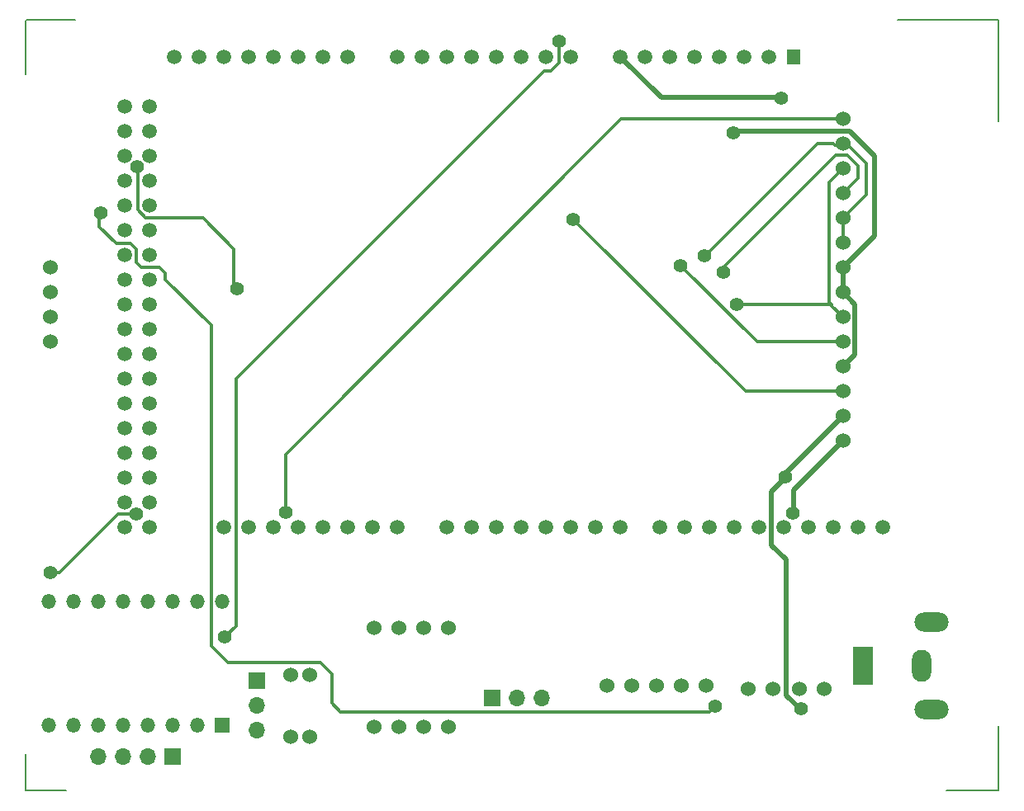
<source format=gbr>
%TF.GenerationSoftware,KiCad,Pcbnew,(6.0.9)*%
%TF.CreationDate,2024-03-22T17:54:06+02:00*%
%TF.ProjectId,diplomna-shema,6469706c-6f6d-46e6-912d-7368656d612e,rev?*%
%TF.SameCoordinates,Original*%
%TF.FileFunction,Copper,L2,Bot*%
%TF.FilePolarity,Positive*%
%FSLAX46Y46*%
G04 Gerber Fmt 4.6, Leading zero omitted, Abs format (unit mm)*
G04 Created by KiCad (PCBNEW (6.0.9)) date 2024-03-22 17:54:06*
%MOMM*%
%LPD*%
G01*
G04 APERTURE LIST*
%TA.AperFunction,NonConductor*%
%ADD10C,0.200000*%
%TD*%
%TA.AperFunction,ComponentPad*%
%ADD11R,1.700000X1.700000*%
%TD*%
%TA.AperFunction,ComponentPad*%
%ADD12O,1.700000X1.700000*%
%TD*%
%TA.AperFunction,ComponentPad*%
%ADD13C,1.524000*%
%TD*%
%TA.AperFunction,ComponentPad*%
%ADD14C,1.500000*%
%TD*%
%TA.AperFunction,ComponentPad*%
%ADD15R,1.358000X1.500000*%
%TD*%
%TA.AperFunction,ComponentPad*%
%ADD16R,2.000000X4.000000*%
%TD*%
%TA.AperFunction,ComponentPad*%
%ADD17O,2.000000X3.300000*%
%TD*%
%TA.AperFunction,ComponentPad*%
%ADD18O,3.500000X2.000000*%
%TD*%
%TA.AperFunction,ComponentPad*%
%ADD19R,1.500000X1.500000*%
%TD*%
%TA.AperFunction,ComponentPad*%
%ADD20O,1.500000X1.500000*%
%TD*%
%TA.AperFunction,ViaPad*%
%ADD21C,1.400000*%
%TD*%
%TA.AperFunction,Conductor*%
%ADD22C,0.300000*%
%TD*%
%TA.AperFunction,Conductor*%
%ADD23C,0.500000*%
%TD*%
G04 APERTURE END LIST*
D10*
X30650000Y-102700000D02*
X34750000Y-102700000D01*
X125000000Y-102700000D02*
X130400000Y-102700000D01*
X120050000Y-23600000D02*
X130350000Y-23600000D01*
X130400000Y-23700000D02*
X130400000Y-34000000D01*
X130400000Y-102700000D02*
X130400000Y-96100000D01*
X30600000Y-29150000D02*
X30600000Y-23650000D01*
X30700000Y-23600000D02*
X35700000Y-23600000D01*
X30600000Y-98900000D02*
X30600000Y-102700000D01*
D11*
%TO.P,M2,1,PWM*%
%TO.N,Net-(A2-Pad35)*%
X54300000Y-91400000D03*
D12*
%TO.P,M2,2,+*%
%TO.N,+5V*%
X54300000Y-93940000D03*
%TO.P,M2,3,-*%
%TO.N,GND*%
X54300000Y-96480000D03*
%TD*%
D11*
%TO.P,REF\u002A\u002A,1*%
%TO.N,N/C*%
X45700000Y-99200000D03*
D12*
%TO.P,REF\u002A\u002A,2*%
X43160000Y-99200000D03*
%TO.P,REF\u002A\u002A,3*%
X40620000Y-99200000D03*
%TO.P,REF\u002A\u002A,4*%
X38080000Y-99200000D03*
%TD*%
D13*
%TO.P,U3,4,GND*%
%TO.N,GND*%
X112475000Y-92250000D03*
%TO.P,U3,3,ECHO*%
%TO.N,Net-(A2-Pad47)*%
X109925000Y-92250000D03*
%TO.P,U3,2,TRIG*%
%TO.N,Net-(A2-Pad45)*%
X107275000Y-92225000D03*
%TO.P,U3,1,VCC*%
%TO.N,+5V*%
X104725000Y-92250000D03*
%TD*%
D11*
%TO.P,J7,1,Pin_1*%
%TO.N,unconnected-(J7-Pad1)*%
X78475000Y-93200000D03*
D12*
%TO.P,J7,2,Pin_2*%
%TO.N,Net-(A2-Pad39)*%
X81015000Y-93200000D03*
%TO.P,J7,3,Pin_3*%
%TO.N,Net-(A2-Pad37)*%
X83555000Y-93200000D03*
%TD*%
D13*
%TO.P,U5,6,PIN_6*%
%TO.N,+5V*%
X90190000Y-91880000D03*
%TO.P,U5,7,PIN_7*%
X92740000Y-91880000D03*
%TO.P,U5,8,PIN_8*%
%TO.N,Net-(A2-Pad32)*%
X95290000Y-91905000D03*
%TO.P,U5,9,PIN_9*%
%TO.N,Net-(A2-Pad34)*%
X97840000Y-91880000D03*
%TO.P,U5,10,PIN_10*%
%TO.N,GND*%
X100390000Y-91880000D03*
%TD*%
%TO.P,U2,1*%
%TO.N,Net-(R1-Pad2)*%
X59787500Y-90785000D03*
%TO.P,U2,2*%
%TO.N,GND*%
X57787500Y-90785000D03*
%TO.P,U2,3*%
X59787500Y-97185000D03*
%TO.P,U2,4*%
%TO.N,Net-(A2-PadAD0)*%
X57787500Y-97185000D03*
%TD*%
D14*
%TO.P,A2,0,0*%
%TO.N,unconnected-(A2-Pad0)*%
X73825000Y-75630000D03*
%TO.P,A2,1,1*%
%TO.N,unconnected-(A2-Pad1)*%
X76365000Y-75630000D03*
%TO.P,A2,2,2*%
%TO.N,unconnected-(A2-Pad2)*%
X78905000Y-75630000D03*
%TO.P,A2,3,3*%
%TO.N,unconnected-(A2-Pad3)*%
X81445000Y-75630000D03*
%TO.P,A2,3V3,+3V3*%
%TO.N,+3.3V*%
X101765000Y-27370000D03*
%TO.P,A2,4,4*%
%TO.N,unconnected-(A2-Pad4)*%
X83985000Y-75630000D03*
%TO.P,A2,5,5*%
%TO.N,unconnected-(A2-Pad5)*%
X86525000Y-75630000D03*
%TO.P,A2,5V_1,+5V_1*%
%TO.N,+5V*%
X99225000Y-27370000D03*
%TO.P,A2,5V_2,+5V_2*%
X43345000Y-75630000D03*
%TO.P,A2,5V_3,+5V_3*%
X40805000Y-75630000D03*
%TO.P,A2,6,6*%
%TO.N,unconnected-(A2-Pad6)*%
X89065000Y-75630000D03*
%TO.P,A2,7,7*%
%TO.N,unconnected-(A2-Pad7)*%
X91605000Y-75630000D03*
%TO.P,A2,8,8*%
%TO.N,unconnected-(A2-Pad8)*%
X95669000Y-75630000D03*
%TO.P,A2,9,9*%
%TO.N,unconnected-(A2-Pad9)*%
X98209000Y-75630000D03*
%TO.P,A2,10,10*%
%TO.N,unconnected-(A2-Pad10)*%
X100749000Y-75630000D03*
%TO.P,A2,11,11*%
%TO.N,unconnected-(A2-Pad11)*%
X103289000Y-75630000D03*
%TO.P,A2,12,12*%
%TO.N,unconnected-(A2-Pad12)*%
X105829000Y-75630000D03*
%TO.P,A2,13,13*%
%TO.N,unconnected-(A2-Pad13)*%
X108369000Y-75630000D03*
%TO.P,A2,14,14*%
%TO.N,Net-(A2-Pad14)*%
X68745000Y-75630000D03*
%TO.P,A2,15,15*%
%TO.N,unconnected-(A2-Pad15)*%
X66205000Y-75630000D03*
%TO.P,A2,16,16*%
%TO.N,unconnected-(A2-Pad16)*%
X63665000Y-75630000D03*
%TO.P,A2,17,17*%
%TO.N,unconnected-(A2-Pad17)*%
X61125000Y-75630000D03*
%TO.P,A2,18,18*%
%TO.N,unconnected-(A2-Pad18)*%
X58585000Y-75630000D03*
%TO.P,A2,19,19*%
%TO.N,Net-(A2-Pad19)*%
X56045000Y-75630000D03*
%TO.P,A2,20,20*%
%TO.N,unconnected-(A2-Pad20)*%
X53505000Y-75630000D03*
%TO.P,A2,21,21*%
%TO.N,unconnected-(A2-Pad21)*%
X50965000Y-75630000D03*
%TO.P,A2,22,22*%
%TO.N,Net-(A2-Pad22)*%
X43345000Y-73090000D03*
%TO.P,A2,23,23*%
%TO.N,Net-(A1-Pad9)*%
X40805000Y-73090000D03*
%TO.P,A2,24,24*%
%TO.N,Net-(A2-Pad24)*%
X43345000Y-70550000D03*
%TO.P,A2,25,25*%
%TO.N,Net-(A1-Pad15)*%
X40805000Y-70550000D03*
%TO.P,A2,26,26*%
%TO.N,Net-(A2-Pad26)*%
X43345000Y-68010000D03*
%TO.P,A2,27,27*%
%TO.N,Net-(A1-Pad16)*%
X40805000Y-68010000D03*
%TO.P,A2,28,28*%
%TO.N,Net-(A2-Pad28)*%
X43345000Y-65470000D03*
%TO.P,A2,29,29*%
%TO.N,unconnected-(A2-Pad29)*%
X40805000Y-65470000D03*
%TO.P,A2,30,30*%
%TO.N,Net-(A2-Pad30)*%
X43345000Y-62930000D03*
%TO.P,A2,31,31*%
%TO.N,unconnected-(A2-Pad31)*%
X40805000Y-62930000D03*
%TO.P,A2,32,32*%
%TO.N,Net-(A2-Pad32)*%
X43345000Y-60390000D03*
%TO.P,A2,33,33*%
%TO.N,unconnected-(A2-Pad33)*%
X40805000Y-60390000D03*
%TO.P,A2,34,34*%
%TO.N,Net-(A2-Pad34)*%
X43345000Y-57850000D03*
%TO.P,A2,35,35*%
%TO.N,Net-(A2-Pad35)*%
X40805000Y-57850000D03*
%TO.P,A2,36,36*%
%TO.N,unconnected-(A2-Pad36)*%
X43345000Y-55310000D03*
%TO.P,A2,37,37*%
%TO.N,Net-(A2-Pad37)*%
X40805000Y-55310000D03*
%TO.P,A2,38,38*%
%TO.N,unconnected-(A2-Pad38)*%
X43345000Y-52770000D03*
%TO.P,A2,39,39*%
%TO.N,Net-(A2-Pad39)*%
X40805000Y-52770000D03*
%TO.P,A2,40,40*%
%TO.N,unconnected-(A2-Pad40)*%
X43345000Y-50230000D03*
%TO.P,A2,41,41*%
%TO.N,unconnected-(A2-Pad41)*%
X40805000Y-50230000D03*
%TO.P,A2,42,42*%
%TO.N,unconnected-(A2-Pad42)*%
X43345000Y-47690000D03*
%TO.P,A2,43,43*%
%TO.N,unconnected-(A2-Pad43)*%
X40805000Y-47690000D03*
%TO.P,A2,44,44*%
%TO.N,unconnected-(A2-Pad44)*%
X43345000Y-45150000D03*
%TO.P,A2,45,45*%
%TO.N,Net-(A2-Pad45)*%
X40805000Y-45150000D03*
%TO.P,A2,46,46*%
%TO.N,unconnected-(A2-Pad46)*%
X43345000Y-42610000D03*
%TO.P,A2,47,47*%
%TO.N,Net-(A2-Pad47)*%
X40805000Y-42610000D03*
%TO.P,A2,48,48*%
%TO.N,Net-(A2-Pad48)*%
X43345000Y-40070000D03*
%TO.P,A2,49,49*%
%TO.N,Net-(A2-Pad49)*%
X40805000Y-40070000D03*
%TO.P,A2,50,50*%
%TO.N,Net-(A2-Pad50)*%
X43345000Y-37530000D03*
%TO.P,A2,51,51*%
%TO.N,Net-(A2-Pad51)*%
X40805000Y-37530000D03*
%TO.P,A2,52,52*%
%TO.N,Net-(A2-Pad52)*%
X43345000Y-34990000D03*
%TO.P,A2,53,53*%
%TO.N,Net-(A2-Pad53)*%
X40805000Y-34990000D03*
%TO.P,A2,AD0,AD0*%
%TO.N,Net-(A2-PadAD0)*%
X86525000Y-27370000D03*
%TO.P,A2,AD1,AD1*%
%TO.N,unconnected-(A2-PadAD1)*%
X83985000Y-27370000D03*
%TO.P,A2,AD2,AD2*%
%TO.N,unconnected-(A2-PadAD2)*%
X81445000Y-27370000D03*
%TO.P,A2,AD3,AD3*%
%TO.N,unconnected-(A2-PadAD3)*%
X78905000Y-27370000D03*
%TO.P,A2,AD4,AD4*%
%TO.N,unconnected-(A2-PadAD4)*%
X76365000Y-27370000D03*
%TO.P,A2,AD5,AD5*%
%TO.N,unconnected-(A2-PadAD5)*%
X73825000Y-27370000D03*
%TO.P,A2,AD6,AD6*%
%TO.N,unconnected-(A2-PadAD6)*%
X71285000Y-27370000D03*
%TO.P,A2,AD7,AD7*%
%TO.N,unconnected-(A2-PadAD7)*%
X68745000Y-27370000D03*
%TO.P,A2,AD8,AD8*%
%TO.N,unconnected-(A2-PadAD8)*%
X63665000Y-27370000D03*
%TO.P,A2,AD9,AD9*%
%TO.N,unconnected-(A2-PadAD9)*%
X61125000Y-27370000D03*
%TO.P,A2,AD10,AD10*%
%TO.N,unconnected-(A2-PadAD10)*%
X58585000Y-27370000D03*
%TO.P,A2,AD11,AD11*%
%TO.N,unconnected-(A2-PadAD11)*%
X56045000Y-27370000D03*
%TO.P,A2,AD12,AD12*%
%TO.N,unconnected-(A2-PadAD12)*%
X53505000Y-27370000D03*
%TO.P,A2,AD13,AD13*%
%TO.N,unconnected-(A2-PadAD13)*%
X50965000Y-27370000D03*
%TO.P,A2,AD14,AD14*%
%TO.N,unconnected-(A2-PadAD14)*%
X48425000Y-27370000D03*
%TO.P,A2,AD15,AD15*%
%TO.N,unconnected-(A2-PadAD15)*%
X45885000Y-27370000D03*
%TO.P,A2,AREF,AREF*%
%TO.N,unconnected-(A2-PadAREF)*%
X113449000Y-75630000D03*
%TO.P,A2,GND1,GND1*%
%TO.N,GND*%
X96685000Y-27370000D03*
%TO.P,A2,GND2,GND2*%
X94145000Y-27370000D03*
%TO.P,A2,GND3,GND3*%
X110909000Y-75630000D03*
%TO.P,A2,GND4,GND4*%
X43345000Y-32450000D03*
%TO.P,A2,GND5,GND5*%
%TO.N,unconnected-(A2-PadGND5)*%
X40805000Y-32450000D03*
%TO.P,A2,IOREF,IOREF*%
%TO.N,unconnected-(A2-PadIOREF)*%
X106845000Y-27370000D03*
D15*
%TO.P,A2,NC,NC*%
%TO.N,unconnected-(A2-PadNC)*%
X109385000Y-27370000D03*
D14*
%TO.P,A2,RESET,RESET*%
%TO.N,unconnected-(A2-PadRESET)*%
X104305000Y-27370000D03*
%TO.P,A2,SCL,SCL*%
%TO.N,unconnected-(A2-PadSCL)*%
X118529000Y-75630000D03*
%TO.P,A2,SDA,SDA*%
%TO.N,unconnected-(A2-PadSDA)*%
X115989000Y-75630000D03*
%TO.P,A2,VIN,VIN*%
%TO.N,+12V*%
X91605000Y-27370000D03*
%TD*%
D13*
%TO.P,U4,1,PIN_1*%
%TO.N,+5V*%
X114413000Y-66799000D03*
%TO.P,U4,2,PIN_2*%
%TO.N,GND*%
X114413000Y-64259000D03*
%TO.P,U4,3,PIN_3*%
%TO.N,Net-(R8-Pad1)*%
X114413000Y-61719000D03*
%TO.P,U4,4,PIN_4*%
%TO.N,+3.3V*%
X114413000Y-59179000D03*
%TO.P,U4,5,PIN_5*%
%TO.N,Net-(R7-Pad1)*%
X114413000Y-56639000D03*
%TO.P,U4,6,PIN_6*%
%TO.N,Net-(R3-Pad1)*%
X114413000Y-54099000D03*
%TO.P,U4,7,PIN_7*%
%TO.N,+3.3V*%
X114413000Y-51559000D03*
%TO.P,U4,8,PIN_8*%
X114413000Y-49019000D03*
%TO.P,U4,9,PIN_9*%
%TO.N,Net-(R5-Pad2)*%
X114413000Y-46479000D03*
%TO.P,U4,10,PIN_10*%
X114413000Y-43939000D03*
%TO.P,U4,11,PIN_11*%
%TO.N,Net-(A2-Pad49)*%
X114413000Y-41399000D03*
%TO.P,U4,12,PIN_12*%
%TO.N,Net-(R3-Pad1)*%
X114413000Y-38859000D03*
%TO.P,U4,13,PIN_13*%
%TO.N,Net-(R5-Pad2)*%
X114413000Y-36319000D03*
%TO.P,U4,14,PIN_14*%
%TO.N,Net-(A2-Pad19)*%
X114413000Y-33779000D03*
%TO.P,U4,51*%
%TO.N,N/C*%
X33133000Y-56639000D03*
%TO.P,U4,52*%
X33133000Y-54099000D03*
%TO.P,U4,53*%
X33133000Y-51559000D03*
%TO.P,U4,54*%
X33133000Y-49019000D03*
%TD*%
D16*
%TO.P,J1,1*%
%TO.N,+12V*%
X116500000Y-89900000D03*
D17*
%TO.P,J1,2*%
%TO.N,GND*%
X122500000Y-89900000D03*
D18*
%TO.P,J1,MP*%
%TO.N,N/C*%
X123500000Y-94400000D03*
X123500000Y-85400000D03*
%TD*%
D13*
%TO.P,U1,1,S0*%
%TO.N,Net-(A2-Pad24)*%
X66320000Y-96180000D03*
%TO.P,U1,2,S1*%
%TO.N,Net-(A2-Pad26)*%
X68860000Y-96180000D03*
%TO.P,U1,3,~{OE}*%
%TO.N,Net-(A2-Pad14)*%
X71400000Y-96180000D03*
%TO.P,U1,4,GND*%
%TO.N,GND*%
X73940000Y-96180000D03*
%TO.P,U1,5,VDD*%
%TO.N,+5V*%
X73940000Y-86020000D03*
%TO.P,U1,6,OUT*%
%TO.N,Net-(A2-Pad22)*%
X71400000Y-86020000D03*
%TO.P,U1,7,S2*%
%TO.N,Net-(A2-Pad28)*%
X68860000Y-86020000D03*
%TO.P,U1,8,S3*%
%TO.N,Net-(A2-Pad30)*%
X66320000Y-86020000D03*
%TD*%
D19*
%TO.P,A1,1,GND*%
%TO.N,GND*%
X50790000Y-95940000D03*
D20*
%TO.P,A1,2,VDD*%
%TO.N,+5V*%
X48250000Y-95940000D03*
%TO.P,A1,3,1B*%
%TO.N,Net-(A1-Pad3)*%
X45710000Y-95940000D03*
%TO.P,A1,4,1A*%
%TO.N,Net-(A1-Pad4)*%
X43170000Y-95940000D03*
%TO.P,A1,5,2A*%
%TO.N,Net-(A1-Pad5)*%
X40630000Y-95940000D03*
%TO.P,A1,6,2B*%
%TO.N,Net-(A1-Pad6)*%
X38090000Y-95940000D03*
%TO.P,A1,7,GND*%
%TO.N,GND*%
X35550000Y-95940000D03*
%TO.P,A1,8,VMOT*%
%TO.N,+12V*%
X33010000Y-95940000D03*
%TO.P,A1,9,~{ENABLE}*%
%TO.N,Net-(A1-Pad9)*%
X33010000Y-83240000D03*
%TO.P,A1,10,MS1*%
%TO.N,unconnected-(A1-Pad10)*%
X35550000Y-83240000D03*
%TO.P,A1,11,MS2*%
%TO.N,unconnected-(A1-Pad11)*%
X38090000Y-83240000D03*
%TO.P,A1,12,MS3*%
%TO.N,unconnected-(A1-Pad12)*%
X40630000Y-83240000D03*
%TO.P,A1,13,~{RESET}*%
%TO.N,Net-(A1-Pad13)*%
X43170000Y-83240000D03*
%TO.P,A1,14,~{SLEEP}*%
X45710000Y-83240000D03*
%TO.P,A1,15,STEP*%
%TO.N,Net-(A1-Pad15)*%
X48250000Y-83240000D03*
%TO.P,A1,16,DIR*%
%TO.N,Net-(A1-Pad16)*%
X50790000Y-83240000D03*
%TD*%
D21*
%TO.N,+12V*%
X108080000Y-31620000D03*
%TO.N,GND*%
X108500000Y-70500000D03*
X110100000Y-94300000D03*
%TO.N,+5V*%
X109300000Y-74200000D03*
%TO.N,Net-(A1-Pad9)*%
X42000000Y-74300000D03*
X33200000Y-80300000D03*
%TO.N,Net-(A2-Pad49)*%
X102200000Y-49500000D03*
%TO.N,Net-(A2-Pad47)*%
X101300000Y-94000000D03*
X38300000Y-43400000D03*
%TO.N,Net-(A2-Pad51)*%
X42019366Y-38700000D03*
X52300000Y-51200000D03*
%TO.N,Net-(A2-PadAD0)*%
X85300000Y-25800000D03*
X51060000Y-86960000D03*
%TO.N,Net-(R3-Pad1)*%
X103500000Y-52800000D03*
%TO.N,Net-(R5-Pad2)*%
X100200000Y-47800000D03*
%TO.N,Net-(R7-Pad1)*%
X97800000Y-48800000D03*
%TO.N,Net-(R8-Pad1)*%
X86800000Y-44100000D03*
%TO.N,+3.3V*%
X103195194Y-35191741D03*
%TO.N,Net-(A2-Pad19)*%
X57315100Y-74115100D03*
%TD*%
D22*
%TO.N,Net-(A2-Pad47)*%
X42520000Y-48980000D02*
X42500000Y-49000000D01*
X44350000Y-48980000D02*
X42520000Y-48980000D01*
X44940000Y-50240000D02*
X44940000Y-49570000D01*
X44940000Y-49570000D02*
X44350000Y-48980000D01*
X51375000Y-89575000D02*
X49640000Y-87840000D01*
X49640000Y-87840000D02*
X49640000Y-54940000D01*
X62000000Y-90700515D02*
X60874485Y-89575000D01*
X62000000Y-93700000D02*
X62000000Y-90700515D01*
X49640000Y-54940000D02*
X44940000Y-50240000D01*
X60874485Y-89575000D02*
X51375000Y-89575000D01*
X62900000Y-94600000D02*
X62000000Y-93700000D01*
X100726600Y-94600000D02*
X62900000Y-94600000D01*
X101416000Y-93910600D02*
X100726600Y-94600000D01*
X42000000Y-48500000D02*
X42500000Y-49000000D01*
X42500000Y-49000000D02*
X44000000Y-49000000D01*
X42000000Y-47100000D02*
X42000000Y-48500000D01*
X41400000Y-46500000D02*
X42000000Y-47100000D01*
X39900000Y-46500000D02*
X41400000Y-46500000D01*
X38200000Y-44800000D02*
X39900000Y-46500000D01*
X38200000Y-43300000D02*
X38200000Y-44800000D01*
%TO.N,Net-(A2-PadAD0)*%
X85300000Y-28000000D02*
X85300000Y-25800000D01*
X84500000Y-28800000D02*
X85300000Y-28000000D01*
X83800000Y-28800000D02*
X84500000Y-28800000D01*
X52200000Y-85820000D02*
X52200000Y-60400000D01*
X51060000Y-86960000D02*
X52200000Y-85820000D01*
X52200000Y-60400000D02*
X83800000Y-28800000D01*
D23*
%TO.N,+12V*%
X95815000Y-31580000D02*
X107880000Y-31580000D01*
X91605000Y-27370000D02*
X95815000Y-31580000D01*
%TO.N,GND*%
X107100000Y-72000000D02*
X107100000Y-77500000D01*
X108600000Y-79000000D02*
X108600000Y-92903400D01*
X108500000Y-70172000D02*
X108500000Y-70600000D01*
X107100000Y-77500000D02*
X108600000Y-79000000D01*
X114413000Y-64259000D02*
X108500000Y-70172000D01*
X108600000Y-92903400D02*
X110096600Y-94400000D01*
X108500000Y-70600000D02*
X107100000Y-72000000D01*
%TO.N,+5V*%
X114413000Y-66799000D02*
X109360200Y-71851800D01*
X109360200Y-71851800D02*
X109360200Y-74216800D01*
D22*
%TO.N,Net-(A1-Pad9)*%
X40100000Y-74300000D02*
X34100000Y-80300000D01*
X41800000Y-74300000D02*
X40100000Y-74300000D01*
X34100000Y-80300000D02*
X33200000Y-80300000D01*
%TO.N,Net-(A2-Pad49)*%
X114900000Y-37500000D02*
X113700000Y-37500000D01*
X102176400Y-49023600D02*
X102176400Y-49456300D01*
X116000000Y-39812000D02*
X116000000Y-38600000D01*
X116000000Y-38600000D02*
X114900000Y-37500000D01*
X113700000Y-37500000D02*
X102176400Y-49023600D01*
X114413000Y-41399000D02*
X116000000Y-39812000D01*
%TO.N,Net-(A2-Pad51)*%
X48800000Y-43900000D02*
X52000000Y-47100000D01*
X42100000Y-39000000D02*
X42100000Y-43100000D01*
X41800000Y-38700000D02*
X42100000Y-39000000D01*
X42100000Y-43100000D02*
X42900000Y-43900000D01*
X52000000Y-47100000D02*
X52000000Y-50900000D01*
X52000000Y-50900000D02*
X52300000Y-51200000D01*
X42900000Y-43900000D02*
X48800000Y-43900000D01*
%TO.N,Net-(R3-Pad1)*%
X113000000Y-40272000D02*
X113000000Y-52511700D01*
X114413000Y-38859000D02*
X113000000Y-40272000D01*
X113000000Y-52511700D02*
X113253100Y-52764800D01*
X113253100Y-52939100D02*
X114413000Y-54099000D01*
X113253100Y-52764800D02*
X103364800Y-52764800D01*
X113253100Y-52764800D02*
X113253100Y-52939100D01*
%TO.N,Net-(R5-Pad2)*%
X113461600Y-36319000D02*
X113571300Y-36428700D01*
X114402900Y-36428700D02*
X114928700Y-36428700D01*
X116800000Y-41552000D02*
X114413000Y-43939000D01*
X114413000Y-43939000D02*
X114413000Y-46479000D01*
X114413000Y-36319000D02*
X114402900Y-36329100D01*
X116800000Y-38300000D02*
X116800000Y-41552000D01*
X111781000Y-36319000D02*
X113461600Y-36319000D01*
X114402900Y-36329100D02*
X114402900Y-36428700D01*
X100300000Y-47800000D02*
X111781000Y-36319000D01*
X113571300Y-36428700D02*
X114402900Y-36428700D01*
X114928700Y-36428700D02*
X116800000Y-38300000D01*
%TO.N,Net-(R7-Pad1)*%
X105639000Y-56639000D02*
X97704400Y-48704400D01*
X114413000Y-56639000D02*
X105639000Y-56639000D01*
%TO.N,Net-(R8-Pad1)*%
X104416600Y-61719000D02*
X114413000Y-61719000D01*
X86798800Y-44101200D02*
X104416600Y-61719000D01*
D23*
%TO.N,+3.3V*%
X114413000Y-51559000D02*
X115631500Y-52777500D01*
X103100000Y-35200000D02*
X103243000Y-35057000D01*
X115631500Y-52777500D02*
X115631500Y-57960500D01*
X114413000Y-51559000D02*
X114413000Y-49019000D01*
X115157000Y-35057000D02*
X117700000Y-37600000D01*
X103243000Y-35057000D02*
X115157000Y-35057000D01*
X117700000Y-45732000D02*
X114413000Y-49019000D01*
X117700000Y-37600000D02*
X117700000Y-45732000D01*
X115631500Y-57960500D02*
X114413000Y-59179000D01*
D22*
%TO.N,Net-(A2-Pad19)*%
X91701100Y-33779000D02*
X114413000Y-33779000D01*
X57315100Y-68165000D02*
X91701100Y-33779000D01*
X57315100Y-74400000D02*
X57315100Y-68165000D01*
%TD*%
M02*

</source>
